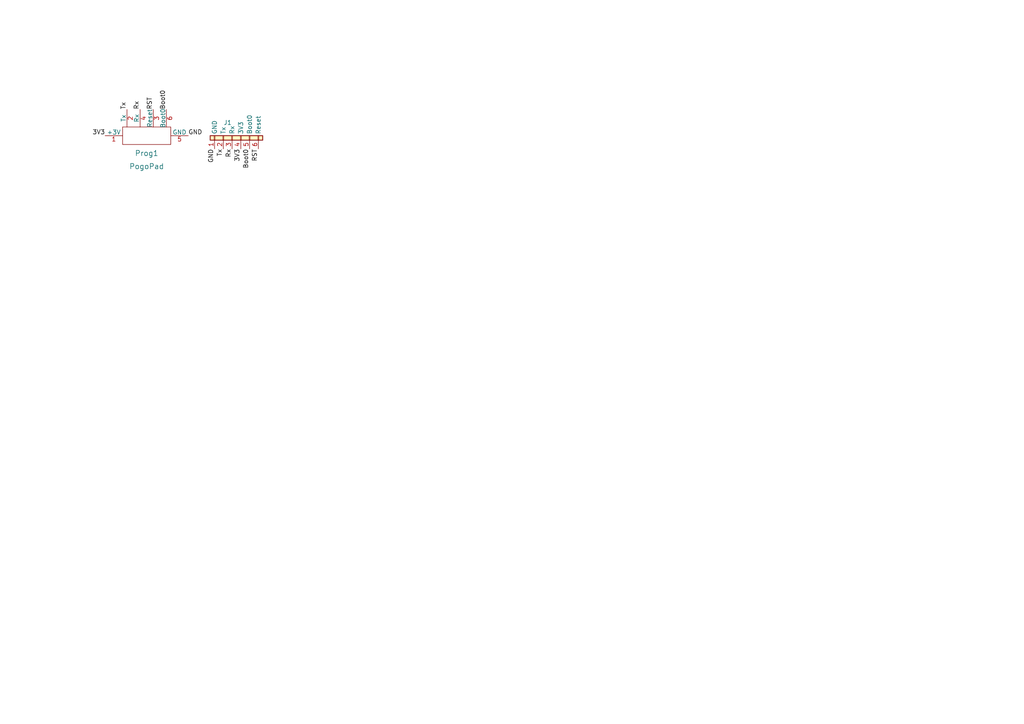
<source format=kicad_sch>
(kicad_sch (version 20211123) (generator eeschema)
  (paper "A4")
  (lib_symbols
    (symbol "localstuff:PogoPad" (pin_names (offset 0))
      (property "Reference" "Prog" (at -3.81 2.54 90))
      (property "Value" "PogoPad" (at -1.27 -7.62 90))
      (symbol "PogoPad_0_1"
        (rectangle (start -2.54 -7.62) (end 2.54 6.35))
      )
      (symbol "PogoPad_1_1"
        (pin power_out line (at 0 11.43 270) (length 5.08) (name "+3V") (number "1"))
        (pin input line (at 7.62 5.08 180) (length 5.08) (name "Tx") (number "2"))
        (pin output line (at 7.62 -2.54 180) (length 5.08) (name "Reset") (number "3"))
        (pin output line (at 7.62 1.27 180) (length 5.08) (name "Rx") (number "4"))
        (pin power_out line (at 0 -12.7 90) (length 5.08) (name "GND") (number "5"))
        (pin output line (at 7.62 -6.35 180) (length 5.08) (name "Boot0") (number "6"))
      )
    )
    (symbol "localstuff:Prog-Wire" (pin_names (offset 1.7))
      (property "Reference" "J" (at 0 7.62 0))
      (property "Value" "Prog-Wire" (at 0 -10.16 0))
      (symbol "Prog-Wire_1_1"
        (rectangle (start -1.27 -7.493) (end 0 -7.747) (stroke (width 0.1524)))
        (rectangle (start -1.27 -4.953) (end 0 -5.207) (stroke (width 0.1524)))
        (rectangle (start -1.27 -2.413) (end 0 -2.667) (stroke (width 0.1524)))
        (rectangle (start -1.27 0.127) (end 0 -0.127) (stroke (width 0.1524)))
        (rectangle (start -1.27 2.667) (end 0 2.413) (stroke (width 0.1524)))
        (rectangle (start -1.27 5.207) (end 0 4.953) (stroke (width 0.1524)))
        (rectangle (start -1.27 6.35) (end 0 -8.89) (stroke (width 0.254)) (fill (type background)))
        (pin power_out line (at -3.81 5.08 0) (length 2.54) (name "GND") (number "1"))
        (pin input line (at -3.81 2.54 0) (length 2.54) (name "Tx") (number "2"))
        (pin output line (at -3.81 0 0) (length 2.54) (name "Rx") (number "3"))
        (pin power_out line (at -3.81 -2.54 0) (length 2.54) (name "3V3") (number "4"))
        (pin output line (at -3.81 -5.08 0) (length 2.54) (name "Boot0") (number "5"))
        (pin output line (at -3.81 -7.62 0) (length 2.54) (name "Reset") (number "6"))
      )
    )
  )
  (label "Rx" (at 40.64 31.75 90))
  (label "GND" (at 54.61 39.37 0))
  (label "3V3" (at 30.48 39.37 180))
  (label "3V3" (at 69.85 43.18 270))
  (label "Tx" (at 36.83 31.75 90))
  (label "Tx" (at 64.77 43.18 270))
  (label "RST" (at 74.93 43.18 270))
  (label "Boot0" (at 72.39 43.18 270))
  (label "Rx" (at 67.31 43.18 270))
  (label "RST" (at 44.45 31.75 90))
  (label "GND" (at 62.23 43.18 270))
  (label "Boot0" (at 48.26 31.75 90))
  (symbol (lib_id "localstuff:PogoPad") (at 41.91 39.37 90) (unit 1)
    (property "Reference" "Prog1" (at 42.545 44.45 90) (effects (font (size 1.524 1.524))))
    (property "Value" "PogoPad" (at 42.545 48.26 90) (effects (font (size 1.524 1.524))))
    (property "Footprint" "localstuff:2X3-NS" (effects hide))
  )
  (symbol (lib_id "localstuff:Prog-Wire") (at 67.31 39.37 90) (unit 1)
    (property "Reference" "J1" (at 66.04 35.56 90))
    (property "Value" "Conn_01x06" (effects hide))
    (property "Footprint" "localstuff:Prog-Solder-2side" (effects hide))
  )
)
</source>
